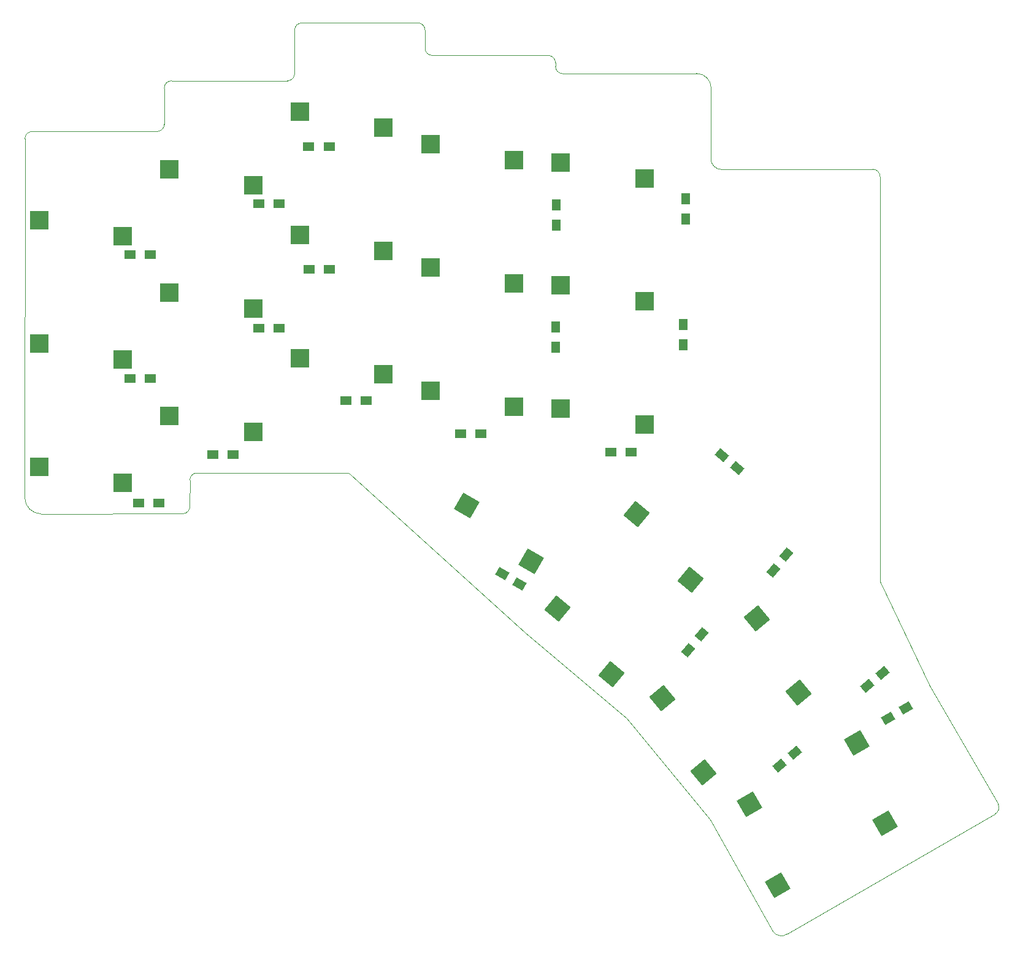
<source format=gbp>
%TF.GenerationSoftware,KiCad,Pcbnew,7.0.1-0*%
%TF.CreationDate,2023-04-27T16:38:55+02:00*%
%TF.ProjectId,helicoprion,68656c69-636f-4707-9269-6f6e2e6b6963,rev?*%
%TF.SameCoordinates,Original*%
%TF.FileFunction,Paste,Bot*%
%TF.FilePolarity,Positive*%
%FSLAX46Y46*%
G04 Gerber Fmt 4.6, Leading zero omitted, Abs format (unit mm)*
G04 Created by KiCad (PCBNEW 7.0.1-0) date 2023-04-27 16:38:55*
%MOMM*%
%LPD*%
G01*
G04 APERTURE LIST*
G04 Aperture macros list*
%AMRotRect*
0 Rectangle, with rotation*
0 The origin of the aperture is its center*
0 $1 length*
0 $2 width*
0 $3 Rotation angle, in degrees counterclockwise*
0 Add horizontal line*
21,1,$1,$2,0,0,$3*%
G04 Aperture macros list end*
%ADD10R,2.600000X2.600000*%
%ADD11R,1.600000X1.200000*%
%ADD12R,1.200000X1.600000*%
%ADD13RotRect,1.600000X1.200000X40.000000*%
%ADD14RotRect,1.600000X1.200000X140.000000*%
%ADD15RotRect,1.600000X1.200000X30.000000*%
%ADD16RotRect,1.600000X1.200000X50.000000*%
%ADD17RotRect,1.600000X1.200000X330.000000*%
%ADD18RotRect,2.600000X2.600000X300.000000*%
%ADD19RotRect,2.600000X2.600000X320.000000*%
%ADD20RotRect,2.600000X2.600000X310.000000*%
%ADD21RotRect,2.600000X2.600000X330.000000*%
%TA.AperFunction,Profile*%
%ADD22C,0.100000*%
%TD*%
G04 APERTURE END LIST*
D10*
X146775000Y-60950000D03*
X135225000Y-58750000D03*
X128775000Y-58450000D03*
X117225000Y-56250000D03*
X92775000Y-78950000D03*
X81225000Y-76750000D03*
X74775000Y-68950000D03*
X63225000Y-66750000D03*
D11*
X79730000Y-88740000D03*
X76930000Y-88740000D03*
X78540000Y-71570000D03*
X75740000Y-71570000D03*
X78550000Y-54510000D03*
X75750000Y-54510000D03*
X89990000Y-82120000D03*
X87190000Y-82120000D03*
X96370000Y-64640000D03*
X93570000Y-64640000D03*
X96320000Y-47430000D03*
X93520000Y-47430000D03*
X108380000Y-74600000D03*
X105580000Y-74600000D03*
X100530000Y-56530000D03*
X103330000Y-56530000D03*
X100450000Y-39620000D03*
X103250000Y-39620000D03*
X121430000Y-79220000D03*
X124230000Y-79220000D03*
D12*
X134510000Y-67270000D03*
X134510000Y-64470000D03*
X134580000Y-50430000D03*
X134580000Y-47630000D03*
D11*
X142155000Y-81755000D03*
X144955000Y-81755000D03*
D12*
X152170000Y-66940000D03*
X152170000Y-64140000D03*
X152470000Y-49590000D03*
X152470000Y-46790000D03*
D13*
X167572462Y-123240097D03*
X165427538Y-125039903D03*
D14*
X159635995Y-83963436D03*
X157491071Y-82163630D03*
D13*
X179702462Y-112190097D03*
X177557538Y-113989903D03*
D15*
X182852436Y-117060000D03*
X180427564Y-118460000D03*
D16*
X154659903Y-106907538D03*
X152860097Y-109052462D03*
D17*
X129552436Y-99930000D03*
X127127564Y-98530000D03*
D16*
X164606564Y-98055995D03*
X166406370Y-95911071D03*
D10*
X74775000Y-85950000D03*
X63225000Y-83750000D03*
D18*
X179984649Y-132951233D03*
X176114905Y-121848640D03*
D10*
X146775000Y-43950000D03*
X135225000Y-41750000D03*
X110775000Y-36950000D03*
X99225000Y-34750000D03*
D19*
X145750529Y-90273599D03*
X153184209Y-99383094D03*
D20*
X168077165Y-114943382D03*
X162338266Y-104681436D03*
D10*
X92775000Y-61950000D03*
X81225000Y-59750000D03*
X146775000Y-77950000D03*
X135225000Y-75750000D03*
D18*
X165174649Y-141481233D03*
X161304905Y-130378640D03*
D10*
X110775000Y-53950000D03*
X99225000Y-51750000D03*
X110775000Y-70950000D03*
X99225000Y-68750000D03*
X128775000Y-75450000D03*
X117225000Y-73250000D03*
D21*
X131178093Y-96790351D03*
X122275500Y-89110095D03*
D10*
X92775000Y-44950000D03*
X81225000Y-42750000D03*
X74775000Y-51950000D03*
X63225000Y-49750000D03*
X128775000Y-41450000D03*
X117225000Y-39250000D03*
D19*
X142254209Y-112423094D03*
X134820529Y-103313599D03*
D20*
X154967165Y-125923382D03*
X149228266Y-115661436D03*
D22*
X186206846Y-114001309D02*
X179280000Y-99580000D01*
X155890000Y-132490000D02*
X164471272Y-147860366D01*
X144380000Y-118530000D02*
X155890000Y-132490000D01*
X130300000Y-106620000D02*
X144380000Y-118530000D01*
X106247734Y-84836978D02*
G75*
G03*
X105579997Y-84629995I-587179J-713700D01*
G01*
X130300000Y-106620000D02*
X106247735Y-84836977D01*
X85029996Y-84610000D02*
X105579997Y-84629994D01*
X85029996Y-84609998D02*
G75*
G03*
X84029997Y-85609994I-3J-999996D01*
G01*
X84029039Y-89166652D02*
X84029997Y-85609994D01*
X83120000Y-90250002D02*
G75*
G03*
X84029039Y-89166652I-87156J996195D01*
G01*
X61238061Y-88001939D02*
G75*
G03*
X63498061Y-90261939I2260000J0D01*
G01*
X83120000Y-90250000D02*
X63498061Y-90261939D01*
X61238061Y-88001939D02*
X61257107Y-38497107D01*
X79500000Y-37500000D02*
G75*
G03*
X80500000Y-36500000I0J1000000D01*
G01*
X178310000Y-42700000D02*
X157452107Y-42742893D01*
X195149465Y-131707616D02*
X166560366Y-148228728D01*
X155952107Y-41242893D02*
G75*
G03*
X157452107Y-42742893I1500000J0D01*
G01*
X179310000Y-43700000D02*
X179280000Y-99580000D01*
X80500000Y-31500000D02*
X80500000Y-36500000D01*
X79500000Y-37500000D02*
X62257107Y-37497107D01*
X81500000Y-30500000D02*
G75*
G03*
X80500000Y-31500000I0J-1000000D01*
G01*
X195633153Y-130378690D02*
X186206846Y-114001309D01*
X133500000Y-27000000D02*
X117500000Y-27000000D01*
X116500000Y-23500000D02*
G75*
G03*
X115500000Y-22500000I-1000000J0D01*
G01*
X134500000Y-28500000D02*
G75*
G03*
X135500000Y-29500000I1000000J0D01*
G01*
X134500000Y-28500000D02*
X134500000Y-28000000D01*
X155952107Y-41242893D02*
X155987893Y-31477107D01*
X116500000Y-26000000D02*
X116500000Y-23500000D01*
X97500000Y-30500000D02*
X81500000Y-30500000D01*
X62257107Y-37497107D02*
G75*
G03*
X61257107Y-38497107I0J-1000000D01*
G01*
X134500000Y-28000000D02*
G75*
G03*
X133500000Y-27000000I-1000000J0D01*
G01*
X164471273Y-147860366D02*
G75*
G03*
X166560366Y-148228727I1228727J860366D01*
G01*
X115500000Y-22500000D02*
X99500000Y-22500000D01*
X195149465Y-131707615D02*
G75*
G03*
X195633152Y-130378690I-422619J906306D01*
G01*
X155987893Y-31477107D02*
G75*
G03*
X153987893Y-29477107I-1999986J14D01*
G01*
X153987893Y-29477107D02*
X135500000Y-29500000D01*
X116500000Y-26000000D02*
G75*
G03*
X117500000Y-27000000I1000000J0D01*
G01*
X179310000Y-43700000D02*
G75*
G03*
X178310000Y-42700000I-1000000J0D01*
G01*
X98500000Y-23500000D02*
X98500000Y-29500000D01*
X97500000Y-30500000D02*
G75*
G03*
X98500000Y-29500000I0J1000000D01*
G01*
X99500000Y-22500000D02*
G75*
G03*
X98500000Y-23500000I0J-1000000D01*
G01*
M02*

</source>
